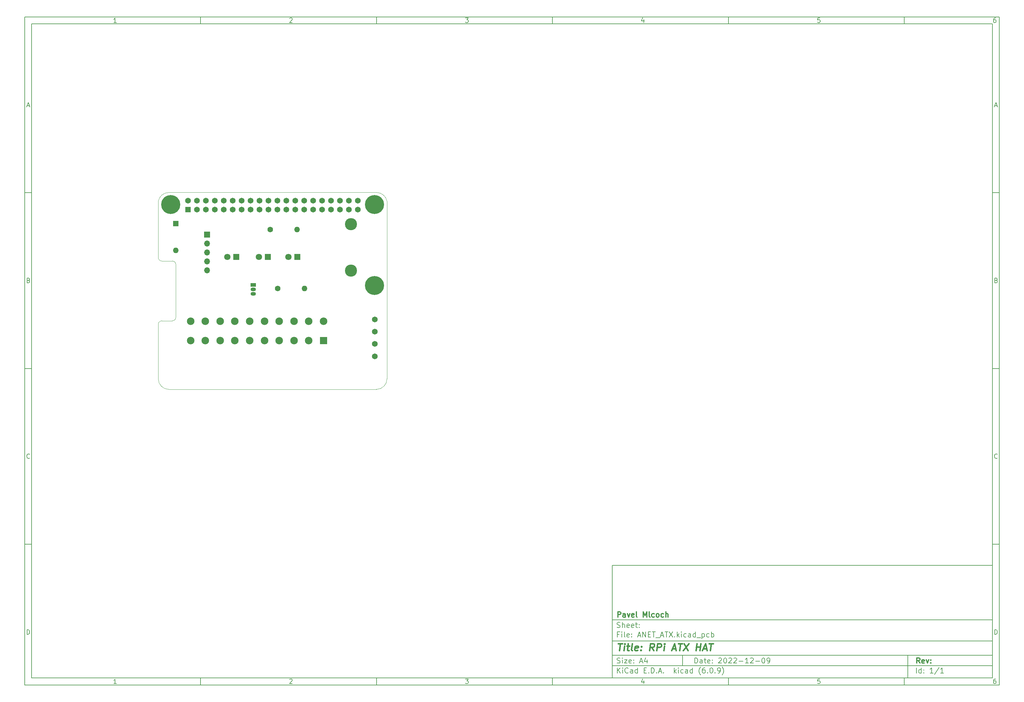
<source format=gbr>
%TF.GenerationSoftware,KiCad,Pcbnew,(6.0.9)*%
%TF.CreationDate,2022-12-14T14:47:33+01:00*%
%TF.ProjectId,ANET_ATX,414e4554-5f41-4545-982e-6b696361645f,rev?*%
%TF.SameCoordinates,Original*%
%TF.FileFunction,Soldermask,Bot*%
%TF.FilePolarity,Negative*%
%FSLAX46Y46*%
G04 Gerber Fmt 4.6, Leading zero omitted, Abs format (unit mm)*
G04 Created by KiCad (PCBNEW (6.0.9)) date 2022-12-14 14:47:33*
%MOMM*%
%LPD*%
G01*
G04 APERTURE LIST*
%ADD10C,0.100000*%
%ADD11C,0.150000*%
%ADD12C,0.300000*%
%ADD13C,0.400000*%
%TA.AperFunction,Profile*%
%ADD14C,0.100000*%
%TD*%
%ADD15R,1.600000X1.600000*%
%ADD16O,1.600000X1.600000*%
%ADD17C,1.650000*%
%ADD18C,0.001000*%
%ADD19R,2.150000X2.150000*%
%ADD20C,2.150000*%
%ADD21R,1.700000X1.700000*%
%ADD22O,1.700000X1.700000*%
%ADD23C,5.400000*%
%ADD24C,3.100000*%
%ADD25R,1.800000X1.800000*%
%ADD26C,1.800000*%
%ADD27C,1.600000*%
%ADD28C,3.450000*%
%ADD29R,1.650000X1.650000*%
%ADD30R,1.500000X1.050000*%
%ADD31O,1.500000X1.050000*%
G04 APERTURE END LIST*
D10*
D11*
X177002200Y-166007200D02*
X177002200Y-198007200D01*
X285002200Y-198007200D01*
X285002200Y-166007200D01*
X177002200Y-166007200D01*
D10*
D11*
X10000000Y-10000000D02*
X10000000Y-200007200D01*
X287002200Y-200007200D01*
X287002200Y-10000000D01*
X10000000Y-10000000D01*
D10*
D11*
X12000000Y-12000000D02*
X12000000Y-198007200D01*
X285002200Y-198007200D01*
X285002200Y-12000000D01*
X12000000Y-12000000D01*
D10*
D11*
X60000000Y-12000000D02*
X60000000Y-10000000D01*
D10*
D11*
X110000000Y-12000000D02*
X110000000Y-10000000D01*
D10*
D11*
X160000000Y-12000000D02*
X160000000Y-10000000D01*
D10*
D11*
X210000000Y-12000000D02*
X210000000Y-10000000D01*
D10*
D11*
X260000000Y-12000000D02*
X260000000Y-10000000D01*
D10*
D11*
X36065476Y-11588095D02*
X35322619Y-11588095D01*
X35694047Y-11588095D02*
X35694047Y-10288095D01*
X35570238Y-10473809D01*
X35446428Y-10597619D01*
X35322619Y-10659523D01*
D10*
D11*
X85322619Y-10411904D02*
X85384523Y-10350000D01*
X85508333Y-10288095D01*
X85817857Y-10288095D01*
X85941666Y-10350000D01*
X86003571Y-10411904D01*
X86065476Y-10535714D01*
X86065476Y-10659523D01*
X86003571Y-10845238D01*
X85260714Y-11588095D01*
X86065476Y-11588095D01*
D10*
D11*
X135260714Y-10288095D02*
X136065476Y-10288095D01*
X135632142Y-10783333D01*
X135817857Y-10783333D01*
X135941666Y-10845238D01*
X136003571Y-10907142D01*
X136065476Y-11030952D01*
X136065476Y-11340476D01*
X136003571Y-11464285D01*
X135941666Y-11526190D01*
X135817857Y-11588095D01*
X135446428Y-11588095D01*
X135322619Y-11526190D01*
X135260714Y-11464285D01*
D10*
D11*
X185941666Y-10721428D02*
X185941666Y-11588095D01*
X185632142Y-10226190D02*
X185322619Y-11154761D01*
X186127380Y-11154761D01*
D10*
D11*
X236003571Y-10288095D02*
X235384523Y-10288095D01*
X235322619Y-10907142D01*
X235384523Y-10845238D01*
X235508333Y-10783333D01*
X235817857Y-10783333D01*
X235941666Y-10845238D01*
X236003571Y-10907142D01*
X236065476Y-11030952D01*
X236065476Y-11340476D01*
X236003571Y-11464285D01*
X235941666Y-11526190D01*
X235817857Y-11588095D01*
X235508333Y-11588095D01*
X235384523Y-11526190D01*
X235322619Y-11464285D01*
D10*
D11*
X285941666Y-10288095D02*
X285694047Y-10288095D01*
X285570238Y-10350000D01*
X285508333Y-10411904D01*
X285384523Y-10597619D01*
X285322619Y-10845238D01*
X285322619Y-11340476D01*
X285384523Y-11464285D01*
X285446428Y-11526190D01*
X285570238Y-11588095D01*
X285817857Y-11588095D01*
X285941666Y-11526190D01*
X286003571Y-11464285D01*
X286065476Y-11340476D01*
X286065476Y-11030952D01*
X286003571Y-10907142D01*
X285941666Y-10845238D01*
X285817857Y-10783333D01*
X285570238Y-10783333D01*
X285446428Y-10845238D01*
X285384523Y-10907142D01*
X285322619Y-11030952D01*
D10*
D11*
X60000000Y-198007200D02*
X60000000Y-200007200D01*
D10*
D11*
X110000000Y-198007200D02*
X110000000Y-200007200D01*
D10*
D11*
X160000000Y-198007200D02*
X160000000Y-200007200D01*
D10*
D11*
X210000000Y-198007200D02*
X210000000Y-200007200D01*
D10*
D11*
X260000000Y-198007200D02*
X260000000Y-200007200D01*
D10*
D11*
X36065476Y-199595295D02*
X35322619Y-199595295D01*
X35694047Y-199595295D02*
X35694047Y-198295295D01*
X35570238Y-198481009D01*
X35446428Y-198604819D01*
X35322619Y-198666723D01*
D10*
D11*
X85322619Y-198419104D02*
X85384523Y-198357200D01*
X85508333Y-198295295D01*
X85817857Y-198295295D01*
X85941666Y-198357200D01*
X86003571Y-198419104D01*
X86065476Y-198542914D01*
X86065476Y-198666723D01*
X86003571Y-198852438D01*
X85260714Y-199595295D01*
X86065476Y-199595295D01*
D10*
D11*
X135260714Y-198295295D02*
X136065476Y-198295295D01*
X135632142Y-198790533D01*
X135817857Y-198790533D01*
X135941666Y-198852438D01*
X136003571Y-198914342D01*
X136065476Y-199038152D01*
X136065476Y-199347676D01*
X136003571Y-199471485D01*
X135941666Y-199533390D01*
X135817857Y-199595295D01*
X135446428Y-199595295D01*
X135322619Y-199533390D01*
X135260714Y-199471485D01*
D10*
D11*
X185941666Y-198728628D02*
X185941666Y-199595295D01*
X185632142Y-198233390D02*
X185322619Y-199161961D01*
X186127380Y-199161961D01*
D10*
D11*
X236003571Y-198295295D02*
X235384523Y-198295295D01*
X235322619Y-198914342D01*
X235384523Y-198852438D01*
X235508333Y-198790533D01*
X235817857Y-198790533D01*
X235941666Y-198852438D01*
X236003571Y-198914342D01*
X236065476Y-199038152D01*
X236065476Y-199347676D01*
X236003571Y-199471485D01*
X235941666Y-199533390D01*
X235817857Y-199595295D01*
X235508333Y-199595295D01*
X235384523Y-199533390D01*
X235322619Y-199471485D01*
D10*
D11*
X285941666Y-198295295D02*
X285694047Y-198295295D01*
X285570238Y-198357200D01*
X285508333Y-198419104D01*
X285384523Y-198604819D01*
X285322619Y-198852438D01*
X285322619Y-199347676D01*
X285384523Y-199471485D01*
X285446428Y-199533390D01*
X285570238Y-199595295D01*
X285817857Y-199595295D01*
X285941666Y-199533390D01*
X286003571Y-199471485D01*
X286065476Y-199347676D01*
X286065476Y-199038152D01*
X286003571Y-198914342D01*
X285941666Y-198852438D01*
X285817857Y-198790533D01*
X285570238Y-198790533D01*
X285446428Y-198852438D01*
X285384523Y-198914342D01*
X285322619Y-199038152D01*
D10*
D11*
X10000000Y-60000000D02*
X12000000Y-60000000D01*
D10*
D11*
X10000000Y-110000000D02*
X12000000Y-110000000D01*
D10*
D11*
X10000000Y-160000000D02*
X12000000Y-160000000D01*
D10*
D11*
X10690476Y-35216666D02*
X11309523Y-35216666D01*
X10566666Y-35588095D02*
X11000000Y-34288095D01*
X11433333Y-35588095D01*
D10*
D11*
X11092857Y-84907142D02*
X11278571Y-84969047D01*
X11340476Y-85030952D01*
X11402380Y-85154761D01*
X11402380Y-85340476D01*
X11340476Y-85464285D01*
X11278571Y-85526190D01*
X11154761Y-85588095D01*
X10659523Y-85588095D01*
X10659523Y-84288095D01*
X11092857Y-84288095D01*
X11216666Y-84350000D01*
X11278571Y-84411904D01*
X11340476Y-84535714D01*
X11340476Y-84659523D01*
X11278571Y-84783333D01*
X11216666Y-84845238D01*
X11092857Y-84907142D01*
X10659523Y-84907142D01*
D10*
D11*
X11402380Y-135464285D02*
X11340476Y-135526190D01*
X11154761Y-135588095D01*
X11030952Y-135588095D01*
X10845238Y-135526190D01*
X10721428Y-135402380D01*
X10659523Y-135278571D01*
X10597619Y-135030952D01*
X10597619Y-134845238D01*
X10659523Y-134597619D01*
X10721428Y-134473809D01*
X10845238Y-134350000D01*
X11030952Y-134288095D01*
X11154761Y-134288095D01*
X11340476Y-134350000D01*
X11402380Y-134411904D01*
D10*
D11*
X10659523Y-185588095D02*
X10659523Y-184288095D01*
X10969047Y-184288095D01*
X11154761Y-184350000D01*
X11278571Y-184473809D01*
X11340476Y-184597619D01*
X11402380Y-184845238D01*
X11402380Y-185030952D01*
X11340476Y-185278571D01*
X11278571Y-185402380D01*
X11154761Y-185526190D01*
X10969047Y-185588095D01*
X10659523Y-185588095D01*
D10*
D11*
X287002200Y-60000000D02*
X285002200Y-60000000D01*
D10*
D11*
X287002200Y-110000000D02*
X285002200Y-110000000D01*
D10*
D11*
X287002200Y-160000000D02*
X285002200Y-160000000D01*
D10*
D11*
X285692676Y-35216666D02*
X286311723Y-35216666D01*
X285568866Y-35588095D02*
X286002200Y-34288095D01*
X286435533Y-35588095D01*
D10*
D11*
X286095057Y-84907142D02*
X286280771Y-84969047D01*
X286342676Y-85030952D01*
X286404580Y-85154761D01*
X286404580Y-85340476D01*
X286342676Y-85464285D01*
X286280771Y-85526190D01*
X286156961Y-85588095D01*
X285661723Y-85588095D01*
X285661723Y-84288095D01*
X286095057Y-84288095D01*
X286218866Y-84350000D01*
X286280771Y-84411904D01*
X286342676Y-84535714D01*
X286342676Y-84659523D01*
X286280771Y-84783333D01*
X286218866Y-84845238D01*
X286095057Y-84907142D01*
X285661723Y-84907142D01*
D10*
D11*
X286404580Y-135464285D02*
X286342676Y-135526190D01*
X286156961Y-135588095D01*
X286033152Y-135588095D01*
X285847438Y-135526190D01*
X285723628Y-135402380D01*
X285661723Y-135278571D01*
X285599819Y-135030952D01*
X285599819Y-134845238D01*
X285661723Y-134597619D01*
X285723628Y-134473809D01*
X285847438Y-134350000D01*
X286033152Y-134288095D01*
X286156961Y-134288095D01*
X286342676Y-134350000D01*
X286404580Y-134411904D01*
D10*
D11*
X285661723Y-185588095D02*
X285661723Y-184288095D01*
X285971247Y-184288095D01*
X286156961Y-184350000D01*
X286280771Y-184473809D01*
X286342676Y-184597619D01*
X286404580Y-184845238D01*
X286404580Y-185030952D01*
X286342676Y-185278571D01*
X286280771Y-185402380D01*
X286156961Y-185526190D01*
X285971247Y-185588095D01*
X285661723Y-185588095D01*
D10*
D11*
X200434342Y-193785771D02*
X200434342Y-192285771D01*
X200791485Y-192285771D01*
X201005771Y-192357200D01*
X201148628Y-192500057D01*
X201220057Y-192642914D01*
X201291485Y-192928628D01*
X201291485Y-193142914D01*
X201220057Y-193428628D01*
X201148628Y-193571485D01*
X201005771Y-193714342D01*
X200791485Y-193785771D01*
X200434342Y-193785771D01*
X202577200Y-193785771D02*
X202577200Y-193000057D01*
X202505771Y-192857200D01*
X202362914Y-192785771D01*
X202077200Y-192785771D01*
X201934342Y-192857200D01*
X202577200Y-193714342D02*
X202434342Y-193785771D01*
X202077200Y-193785771D01*
X201934342Y-193714342D01*
X201862914Y-193571485D01*
X201862914Y-193428628D01*
X201934342Y-193285771D01*
X202077200Y-193214342D01*
X202434342Y-193214342D01*
X202577200Y-193142914D01*
X203077200Y-192785771D02*
X203648628Y-192785771D01*
X203291485Y-192285771D02*
X203291485Y-193571485D01*
X203362914Y-193714342D01*
X203505771Y-193785771D01*
X203648628Y-193785771D01*
X204720057Y-193714342D02*
X204577200Y-193785771D01*
X204291485Y-193785771D01*
X204148628Y-193714342D01*
X204077200Y-193571485D01*
X204077200Y-193000057D01*
X204148628Y-192857200D01*
X204291485Y-192785771D01*
X204577200Y-192785771D01*
X204720057Y-192857200D01*
X204791485Y-193000057D01*
X204791485Y-193142914D01*
X204077200Y-193285771D01*
X205434342Y-193642914D02*
X205505771Y-193714342D01*
X205434342Y-193785771D01*
X205362914Y-193714342D01*
X205434342Y-193642914D01*
X205434342Y-193785771D01*
X205434342Y-192857200D02*
X205505771Y-192928628D01*
X205434342Y-193000057D01*
X205362914Y-192928628D01*
X205434342Y-192857200D01*
X205434342Y-193000057D01*
X207220057Y-192428628D02*
X207291485Y-192357200D01*
X207434342Y-192285771D01*
X207791485Y-192285771D01*
X207934342Y-192357200D01*
X208005771Y-192428628D01*
X208077200Y-192571485D01*
X208077200Y-192714342D01*
X208005771Y-192928628D01*
X207148628Y-193785771D01*
X208077200Y-193785771D01*
X209005771Y-192285771D02*
X209148628Y-192285771D01*
X209291485Y-192357200D01*
X209362914Y-192428628D01*
X209434342Y-192571485D01*
X209505771Y-192857200D01*
X209505771Y-193214342D01*
X209434342Y-193500057D01*
X209362914Y-193642914D01*
X209291485Y-193714342D01*
X209148628Y-193785771D01*
X209005771Y-193785771D01*
X208862914Y-193714342D01*
X208791485Y-193642914D01*
X208720057Y-193500057D01*
X208648628Y-193214342D01*
X208648628Y-192857200D01*
X208720057Y-192571485D01*
X208791485Y-192428628D01*
X208862914Y-192357200D01*
X209005771Y-192285771D01*
X210077200Y-192428628D02*
X210148628Y-192357200D01*
X210291485Y-192285771D01*
X210648628Y-192285771D01*
X210791485Y-192357200D01*
X210862914Y-192428628D01*
X210934342Y-192571485D01*
X210934342Y-192714342D01*
X210862914Y-192928628D01*
X210005771Y-193785771D01*
X210934342Y-193785771D01*
X211505771Y-192428628D02*
X211577200Y-192357200D01*
X211720057Y-192285771D01*
X212077200Y-192285771D01*
X212220057Y-192357200D01*
X212291485Y-192428628D01*
X212362914Y-192571485D01*
X212362914Y-192714342D01*
X212291485Y-192928628D01*
X211434342Y-193785771D01*
X212362914Y-193785771D01*
X213005771Y-193214342D02*
X214148628Y-193214342D01*
X215648628Y-193785771D02*
X214791485Y-193785771D01*
X215220057Y-193785771D02*
X215220057Y-192285771D01*
X215077200Y-192500057D01*
X214934342Y-192642914D01*
X214791485Y-192714342D01*
X216220057Y-192428628D02*
X216291485Y-192357200D01*
X216434342Y-192285771D01*
X216791485Y-192285771D01*
X216934342Y-192357200D01*
X217005771Y-192428628D01*
X217077200Y-192571485D01*
X217077200Y-192714342D01*
X217005771Y-192928628D01*
X216148628Y-193785771D01*
X217077200Y-193785771D01*
X217720057Y-193214342D02*
X218862914Y-193214342D01*
X219862914Y-192285771D02*
X220005771Y-192285771D01*
X220148628Y-192357200D01*
X220220057Y-192428628D01*
X220291485Y-192571485D01*
X220362914Y-192857200D01*
X220362914Y-193214342D01*
X220291485Y-193500057D01*
X220220057Y-193642914D01*
X220148628Y-193714342D01*
X220005771Y-193785771D01*
X219862914Y-193785771D01*
X219720057Y-193714342D01*
X219648628Y-193642914D01*
X219577200Y-193500057D01*
X219505771Y-193214342D01*
X219505771Y-192857200D01*
X219577200Y-192571485D01*
X219648628Y-192428628D01*
X219720057Y-192357200D01*
X219862914Y-192285771D01*
X221077200Y-193785771D02*
X221362914Y-193785771D01*
X221505771Y-193714342D01*
X221577200Y-193642914D01*
X221720057Y-193428628D01*
X221791485Y-193142914D01*
X221791485Y-192571485D01*
X221720057Y-192428628D01*
X221648628Y-192357200D01*
X221505771Y-192285771D01*
X221220057Y-192285771D01*
X221077200Y-192357200D01*
X221005771Y-192428628D01*
X220934342Y-192571485D01*
X220934342Y-192928628D01*
X221005771Y-193071485D01*
X221077200Y-193142914D01*
X221220057Y-193214342D01*
X221505771Y-193214342D01*
X221648628Y-193142914D01*
X221720057Y-193071485D01*
X221791485Y-192928628D01*
D10*
D11*
X177002200Y-194507200D02*
X285002200Y-194507200D01*
D10*
D11*
X178434342Y-196585771D02*
X178434342Y-195085771D01*
X179291485Y-196585771D02*
X178648628Y-195728628D01*
X179291485Y-195085771D02*
X178434342Y-195942914D01*
X179934342Y-196585771D02*
X179934342Y-195585771D01*
X179934342Y-195085771D02*
X179862914Y-195157200D01*
X179934342Y-195228628D01*
X180005771Y-195157200D01*
X179934342Y-195085771D01*
X179934342Y-195228628D01*
X181505771Y-196442914D02*
X181434342Y-196514342D01*
X181220057Y-196585771D01*
X181077200Y-196585771D01*
X180862914Y-196514342D01*
X180720057Y-196371485D01*
X180648628Y-196228628D01*
X180577200Y-195942914D01*
X180577200Y-195728628D01*
X180648628Y-195442914D01*
X180720057Y-195300057D01*
X180862914Y-195157200D01*
X181077200Y-195085771D01*
X181220057Y-195085771D01*
X181434342Y-195157200D01*
X181505771Y-195228628D01*
X182791485Y-196585771D02*
X182791485Y-195800057D01*
X182720057Y-195657200D01*
X182577200Y-195585771D01*
X182291485Y-195585771D01*
X182148628Y-195657200D01*
X182791485Y-196514342D02*
X182648628Y-196585771D01*
X182291485Y-196585771D01*
X182148628Y-196514342D01*
X182077200Y-196371485D01*
X182077200Y-196228628D01*
X182148628Y-196085771D01*
X182291485Y-196014342D01*
X182648628Y-196014342D01*
X182791485Y-195942914D01*
X184148628Y-196585771D02*
X184148628Y-195085771D01*
X184148628Y-196514342D02*
X184005771Y-196585771D01*
X183720057Y-196585771D01*
X183577200Y-196514342D01*
X183505771Y-196442914D01*
X183434342Y-196300057D01*
X183434342Y-195871485D01*
X183505771Y-195728628D01*
X183577200Y-195657200D01*
X183720057Y-195585771D01*
X184005771Y-195585771D01*
X184148628Y-195657200D01*
X186005771Y-195800057D02*
X186505771Y-195800057D01*
X186720057Y-196585771D02*
X186005771Y-196585771D01*
X186005771Y-195085771D01*
X186720057Y-195085771D01*
X187362914Y-196442914D02*
X187434342Y-196514342D01*
X187362914Y-196585771D01*
X187291485Y-196514342D01*
X187362914Y-196442914D01*
X187362914Y-196585771D01*
X188077200Y-196585771D02*
X188077200Y-195085771D01*
X188434342Y-195085771D01*
X188648628Y-195157200D01*
X188791485Y-195300057D01*
X188862914Y-195442914D01*
X188934342Y-195728628D01*
X188934342Y-195942914D01*
X188862914Y-196228628D01*
X188791485Y-196371485D01*
X188648628Y-196514342D01*
X188434342Y-196585771D01*
X188077200Y-196585771D01*
X189577200Y-196442914D02*
X189648628Y-196514342D01*
X189577200Y-196585771D01*
X189505771Y-196514342D01*
X189577200Y-196442914D01*
X189577200Y-196585771D01*
X190220057Y-196157200D02*
X190934342Y-196157200D01*
X190077200Y-196585771D02*
X190577200Y-195085771D01*
X191077200Y-196585771D01*
X191577200Y-196442914D02*
X191648628Y-196514342D01*
X191577200Y-196585771D01*
X191505771Y-196514342D01*
X191577200Y-196442914D01*
X191577200Y-196585771D01*
X194577200Y-196585771D02*
X194577200Y-195085771D01*
X194720057Y-196014342D02*
X195148628Y-196585771D01*
X195148628Y-195585771D02*
X194577200Y-196157200D01*
X195791485Y-196585771D02*
X195791485Y-195585771D01*
X195791485Y-195085771D02*
X195720057Y-195157200D01*
X195791485Y-195228628D01*
X195862914Y-195157200D01*
X195791485Y-195085771D01*
X195791485Y-195228628D01*
X197148628Y-196514342D02*
X197005771Y-196585771D01*
X196720057Y-196585771D01*
X196577200Y-196514342D01*
X196505771Y-196442914D01*
X196434342Y-196300057D01*
X196434342Y-195871485D01*
X196505771Y-195728628D01*
X196577200Y-195657200D01*
X196720057Y-195585771D01*
X197005771Y-195585771D01*
X197148628Y-195657200D01*
X198434342Y-196585771D02*
X198434342Y-195800057D01*
X198362914Y-195657200D01*
X198220057Y-195585771D01*
X197934342Y-195585771D01*
X197791485Y-195657200D01*
X198434342Y-196514342D02*
X198291485Y-196585771D01*
X197934342Y-196585771D01*
X197791485Y-196514342D01*
X197720057Y-196371485D01*
X197720057Y-196228628D01*
X197791485Y-196085771D01*
X197934342Y-196014342D01*
X198291485Y-196014342D01*
X198434342Y-195942914D01*
X199791485Y-196585771D02*
X199791485Y-195085771D01*
X199791485Y-196514342D02*
X199648628Y-196585771D01*
X199362914Y-196585771D01*
X199220057Y-196514342D01*
X199148628Y-196442914D01*
X199077200Y-196300057D01*
X199077200Y-195871485D01*
X199148628Y-195728628D01*
X199220057Y-195657200D01*
X199362914Y-195585771D01*
X199648628Y-195585771D01*
X199791485Y-195657200D01*
X202077200Y-197157200D02*
X202005771Y-197085771D01*
X201862914Y-196871485D01*
X201791485Y-196728628D01*
X201720057Y-196514342D01*
X201648628Y-196157200D01*
X201648628Y-195871485D01*
X201720057Y-195514342D01*
X201791485Y-195300057D01*
X201862914Y-195157200D01*
X202005771Y-194942914D01*
X202077200Y-194871485D01*
X203291485Y-195085771D02*
X203005771Y-195085771D01*
X202862914Y-195157200D01*
X202791485Y-195228628D01*
X202648628Y-195442914D01*
X202577200Y-195728628D01*
X202577200Y-196300057D01*
X202648628Y-196442914D01*
X202720057Y-196514342D01*
X202862914Y-196585771D01*
X203148628Y-196585771D01*
X203291485Y-196514342D01*
X203362914Y-196442914D01*
X203434342Y-196300057D01*
X203434342Y-195942914D01*
X203362914Y-195800057D01*
X203291485Y-195728628D01*
X203148628Y-195657200D01*
X202862914Y-195657200D01*
X202720057Y-195728628D01*
X202648628Y-195800057D01*
X202577200Y-195942914D01*
X204077200Y-196442914D02*
X204148628Y-196514342D01*
X204077200Y-196585771D01*
X204005771Y-196514342D01*
X204077200Y-196442914D01*
X204077200Y-196585771D01*
X205077200Y-195085771D02*
X205220057Y-195085771D01*
X205362914Y-195157200D01*
X205434342Y-195228628D01*
X205505771Y-195371485D01*
X205577200Y-195657200D01*
X205577200Y-196014342D01*
X205505771Y-196300057D01*
X205434342Y-196442914D01*
X205362914Y-196514342D01*
X205220057Y-196585771D01*
X205077200Y-196585771D01*
X204934342Y-196514342D01*
X204862914Y-196442914D01*
X204791485Y-196300057D01*
X204720057Y-196014342D01*
X204720057Y-195657200D01*
X204791485Y-195371485D01*
X204862914Y-195228628D01*
X204934342Y-195157200D01*
X205077200Y-195085771D01*
X206220057Y-196442914D02*
X206291485Y-196514342D01*
X206220057Y-196585771D01*
X206148628Y-196514342D01*
X206220057Y-196442914D01*
X206220057Y-196585771D01*
X207005771Y-196585771D02*
X207291485Y-196585771D01*
X207434342Y-196514342D01*
X207505771Y-196442914D01*
X207648628Y-196228628D01*
X207720057Y-195942914D01*
X207720057Y-195371485D01*
X207648628Y-195228628D01*
X207577200Y-195157200D01*
X207434342Y-195085771D01*
X207148628Y-195085771D01*
X207005771Y-195157200D01*
X206934342Y-195228628D01*
X206862914Y-195371485D01*
X206862914Y-195728628D01*
X206934342Y-195871485D01*
X207005771Y-195942914D01*
X207148628Y-196014342D01*
X207434342Y-196014342D01*
X207577200Y-195942914D01*
X207648628Y-195871485D01*
X207720057Y-195728628D01*
X208220057Y-197157200D02*
X208291485Y-197085771D01*
X208434342Y-196871485D01*
X208505771Y-196728628D01*
X208577200Y-196514342D01*
X208648628Y-196157200D01*
X208648628Y-195871485D01*
X208577200Y-195514342D01*
X208505771Y-195300057D01*
X208434342Y-195157200D01*
X208291485Y-194942914D01*
X208220057Y-194871485D01*
D10*
D11*
X177002200Y-191507200D02*
X285002200Y-191507200D01*
D10*
D12*
X264411485Y-193785771D02*
X263911485Y-193071485D01*
X263554342Y-193785771D02*
X263554342Y-192285771D01*
X264125771Y-192285771D01*
X264268628Y-192357200D01*
X264340057Y-192428628D01*
X264411485Y-192571485D01*
X264411485Y-192785771D01*
X264340057Y-192928628D01*
X264268628Y-193000057D01*
X264125771Y-193071485D01*
X263554342Y-193071485D01*
X265625771Y-193714342D02*
X265482914Y-193785771D01*
X265197200Y-193785771D01*
X265054342Y-193714342D01*
X264982914Y-193571485D01*
X264982914Y-193000057D01*
X265054342Y-192857200D01*
X265197200Y-192785771D01*
X265482914Y-192785771D01*
X265625771Y-192857200D01*
X265697200Y-193000057D01*
X265697200Y-193142914D01*
X264982914Y-193285771D01*
X266197200Y-192785771D02*
X266554342Y-193785771D01*
X266911485Y-192785771D01*
X267482914Y-193642914D02*
X267554342Y-193714342D01*
X267482914Y-193785771D01*
X267411485Y-193714342D01*
X267482914Y-193642914D01*
X267482914Y-193785771D01*
X267482914Y-192857200D02*
X267554342Y-192928628D01*
X267482914Y-193000057D01*
X267411485Y-192928628D01*
X267482914Y-192857200D01*
X267482914Y-193000057D01*
D10*
D11*
X178362914Y-193714342D02*
X178577200Y-193785771D01*
X178934342Y-193785771D01*
X179077200Y-193714342D01*
X179148628Y-193642914D01*
X179220057Y-193500057D01*
X179220057Y-193357200D01*
X179148628Y-193214342D01*
X179077200Y-193142914D01*
X178934342Y-193071485D01*
X178648628Y-193000057D01*
X178505771Y-192928628D01*
X178434342Y-192857200D01*
X178362914Y-192714342D01*
X178362914Y-192571485D01*
X178434342Y-192428628D01*
X178505771Y-192357200D01*
X178648628Y-192285771D01*
X179005771Y-192285771D01*
X179220057Y-192357200D01*
X179862914Y-193785771D02*
X179862914Y-192785771D01*
X179862914Y-192285771D02*
X179791485Y-192357200D01*
X179862914Y-192428628D01*
X179934342Y-192357200D01*
X179862914Y-192285771D01*
X179862914Y-192428628D01*
X180434342Y-192785771D02*
X181220057Y-192785771D01*
X180434342Y-193785771D01*
X181220057Y-193785771D01*
X182362914Y-193714342D02*
X182220057Y-193785771D01*
X181934342Y-193785771D01*
X181791485Y-193714342D01*
X181720057Y-193571485D01*
X181720057Y-193000057D01*
X181791485Y-192857200D01*
X181934342Y-192785771D01*
X182220057Y-192785771D01*
X182362914Y-192857200D01*
X182434342Y-193000057D01*
X182434342Y-193142914D01*
X181720057Y-193285771D01*
X183077200Y-193642914D02*
X183148628Y-193714342D01*
X183077200Y-193785771D01*
X183005771Y-193714342D01*
X183077200Y-193642914D01*
X183077200Y-193785771D01*
X183077200Y-192857200D02*
X183148628Y-192928628D01*
X183077200Y-193000057D01*
X183005771Y-192928628D01*
X183077200Y-192857200D01*
X183077200Y-193000057D01*
X184862914Y-193357200D02*
X185577200Y-193357200D01*
X184720057Y-193785771D02*
X185220057Y-192285771D01*
X185720057Y-193785771D01*
X186862914Y-192785771D02*
X186862914Y-193785771D01*
X186505771Y-192214342D02*
X186148628Y-193285771D01*
X187077200Y-193285771D01*
D10*
D11*
X263434342Y-196585771D02*
X263434342Y-195085771D01*
X264791485Y-196585771D02*
X264791485Y-195085771D01*
X264791485Y-196514342D02*
X264648628Y-196585771D01*
X264362914Y-196585771D01*
X264220057Y-196514342D01*
X264148628Y-196442914D01*
X264077200Y-196300057D01*
X264077200Y-195871485D01*
X264148628Y-195728628D01*
X264220057Y-195657200D01*
X264362914Y-195585771D01*
X264648628Y-195585771D01*
X264791485Y-195657200D01*
X265505771Y-196442914D02*
X265577200Y-196514342D01*
X265505771Y-196585771D01*
X265434342Y-196514342D01*
X265505771Y-196442914D01*
X265505771Y-196585771D01*
X265505771Y-195657200D02*
X265577200Y-195728628D01*
X265505771Y-195800057D01*
X265434342Y-195728628D01*
X265505771Y-195657200D01*
X265505771Y-195800057D01*
X268148628Y-196585771D02*
X267291485Y-196585771D01*
X267720057Y-196585771D02*
X267720057Y-195085771D01*
X267577200Y-195300057D01*
X267434342Y-195442914D01*
X267291485Y-195514342D01*
X269862914Y-195014342D02*
X268577200Y-196942914D01*
X271148628Y-196585771D02*
X270291485Y-196585771D01*
X270720057Y-196585771D02*
X270720057Y-195085771D01*
X270577200Y-195300057D01*
X270434342Y-195442914D01*
X270291485Y-195514342D01*
D10*
D11*
X177002200Y-187507200D02*
X285002200Y-187507200D01*
D10*
D13*
X178714580Y-188211961D02*
X179857438Y-188211961D01*
X179036009Y-190211961D02*
X179286009Y-188211961D01*
X180274104Y-190211961D02*
X180440771Y-188878628D01*
X180524104Y-188211961D02*
X180416961Y-188307200D01*
X180500295Y-188402438D01*
X180607438Y-188307200D01*
X180524104Y-188211961D01*
X180500295Y-188402438D01*
X181107438Y-188878628D02*
X181869342Y-188878628D01*
X181476485Y-188211961D02*
X181262200Y-189926247D01*
X181333628Y-190116723D01*
X181512200Y-190211961D01*
X181702676Y-190211961D01*
X182655057Y-190211961D02*
X182476485Y-190116723D01*
X182405057Y-189926247D01*
X182619342Y-188211961D01*
X184190771Y-190116723D02*
X183988390Y-190211961D01*
X183607438Y-190211961D01*
X183428866Y-190116723D01*
X183357438Y-189926247D01*
X183452676Y-189164342D01*
X183571723Y-188973866D01*
X183774104Y-188878628D01*
X184155057Y-188878628D01*
X184333628Y-188973866D01*
X184405057Y-189164342D01*
X184381247Y-189354819D01*
X183405057Y-189545295D01*
X185155057Y-190021485D02*
X185238390Y-190116723D01*
X185131247Y-190211961D01*
X185047914Y-190116723D01*
X185155057Y-190021485D01*
X185131247Y-190211961D01*
X185286009Y-188973866D02*
X185369342Y-189069104D01*
X185262200Y-189164342D01*
X185178866Y-189069104D01*
X185286009Y-188973866D01*
X185262200Y-189164342D01*
X188750295Y-190211961D02*
X188202676Y-189259580D01*
X187607438Y-190211961D02*
X187857438Y-188211961D01*
X188619342Y-188211961D01*
X188797914Y-188307200D01*
X188881247Y-188402438D01*
X188952676Y-188592914D01*
X188916961Y-188878628D01*
X188797914Y-189069104D01*
X188690771Y-189164342D01*
X188488390Y-189259580D01*
X187726485Y-189259580D01*
X189607438Y-190211961D02*
X189857438Y-188211961D01*
X190619342Y-188211961D01*
X190797914Y-188307200D01*
X190881247Y-188402438D01*
X190952676Y-188592914D01*
X190916961Y-188878628D01*
X190797914Y-189069104D01*
X190690771Y-189164342D01*
X190488390Y-189259580D01*
X189726485Y-189259580D01*
X191607438Y-190211961D02*
X191774104Y-188878628D01*
X191857438Y-188211961D02*
X191750295Y-188307200D01*
X191833628Y-188402438D01*
X191940771Y-188307200D01*
X191857438Y-188211961D01*
X191833628Y-188402438D01*
X194059819Y-189640533D02*
X195012200Y-189640533D01*
X193797914Y-190211961D02*
X194714580Y-188211961D01*
X195131247Y-190211961D01*
X195762200Y-188211961D02*
X196905057Y-188211961D01*
X196083628Y-190211961D02*
X196333628Y-188211961D01*
X197381247Y-188211961D02*
X198464580Y-190211961D01*
X198714580Y-188211961D02*
X197131247Y-190211961D01*
X200750295Y-190211961D02*
X201000295Y-188211961D01*
X200881247Y-189164342D02*
X202024104Y-189164342D01*
X201893152Y-190211961D02*
X202143152Y-188211961D01*
X202821723Y-189640533D02*
X203774104Y-189640533D01*
X202559819Y-190211961D02*
X203476485Y-188211961D01*
X203893152Y-190211961D01*
X204524104Y-188211961D02*
X205666961Y-188211961D01*
X204845533Y-190211961D02*
X205095533Y-188211961D01*
D10*
D11*
X178934342Y-185600057D02*
X178434342Y-185600057D01*
X178434342Y-186385771D02*
X178434342Y-184885771D01*
X179148628Y-184885771D01*
X179720057Y-186385771D02*
X179720057Y-185385771D01*
X179720057Y-184885771D02*
X179648628Y-184957200D01*
X179720057Y-185028628D01*
X179791485Y-184957200D01*
X179720057Y-184885771D01*
X179720057Y-185028628D01*
X180648628Y-186385771D02*
X180505771Y-186314342D01*
X180434342Y-186171485D01*
X180434342Y-184885771D01*
X181791485Y-186314342D02*
X181648628Y-186385771D01*
X181362914Y-186385771D01*
X181220057Y-186314342D01*
X181148628Y-186171485D01*
X181148628Y-185600057D01*
X181220057Y-185457200D01*
X181362914Y-185385771D01*
X181648628Y-185385771D01*
X181791485Y-185457200D01*
X181862914Y-185600057D01*
X181862914Y-185742914D01*
X181148628Y-185885771D01*
X182505771Y-186242914D02*
X182577200Y-186314342D01*
X182505771Y-186385771D01*
X182434342Y-186314342D01*
X182505771Y-186242914D01*
X182505771Y-186385771D01*
X182505771Y-185457200D02*
X182577200Y-185528628D01*
X182505771Y-185600057D01*
X182434342Y-185528628D01*
X182505771Y-185457200D01*
X182505771Y-185600057D01*
X184291485Y-185957200D02*
X185005771Y-185957200D01*
X184148628Y-186385771D02*
X184648628Y-184885771D01*
X185148628Y-186385771D01*
X185648628Y-186385771D02*
X185648628Y-184885771D01*
X186505771Y-186385771D01*
X186505771Y-184885771D01*
X187220057Y-185600057D02*
X187720057Y-185600057D01*
X187934342Y-186385771D02*
X187220057Y-186385771D01*
X187220057Y-184885771D01*
X187934342Y-184885771D01*
X188362914Y-184885771D02*
X189220057Y-184885771D01*
X188791485Y-186385771D02*
X188791485Y-184885771D01*
X189362914Y-186528628D02*
X190505771Y-186528628D01*
X190791485Y-185957200D02*
X191505771Y-185957200D01*
X190648628Y-186385771D02*
X191148628Y-184885771D01*
X191648628Y-186385771D01*
X191934342Y-184885771D02*
X192791485Y-184885771D01*
X192362914Y-186385771D02*
X192362914Y-184885771D01*
X193148628Y-184885771D02*
X194148628Y-186385771D01*
X194148628Y-184885771D02*
X193148628Y-186385771D01*
X194720057Y-186242914D02*
X194791485Y-186314342D01*
X194720057Y-186385771D01*
X194648628Y-186314342D01*
X194720057Y-186242914D01*
X194720057Y-186385771D01*
X195434342Y-186385771D02*
X195434342Y-184885771D01*
X195577200Y-185814342D02*
X196005771Y-186385771D01*
X196005771Y-185385771D02*
X195434342Y-185957200D01*
X196648628Y-186385771D02*
X196648628Y-185385771D01*
X196648628Y-184885771D02*
X196577200Y-184957200D01*
X196648628Y-185028628D01*
X196720057Y-184957200D01*
X196648628Y-184885771D01*
X196648628Y-185028628D01*
X198005771Y-186314342D02*
X197862914Y-186385771D01*
X197577200Y-186385771D01*
X197434342Y-186314342D01*
X197362914Y-186242914D01*
X197291485Y-186100057D01*
X197291485Y-185671485D01*
X197362914Y-185528628D01*
X197434342Y-185457200D01*
X197577200Y-185385771D01*
X197862914Y-185385771D01*
X198005771Y-185457200D01*
X199291485Y-186385771D02*
X199291485Y-185600057D01*
X199220057Y-185457200D01*
X199077200Y-185385771D01*
X198791485Y-185385771D01*
X198648628Y-185457200D01*
X199291485Y-186314342D02*
X199148628Y-186385771D01*
X198791485Y-186385771D01*
X198648628Y-186314342D01*
X198577200Y-186171485D01*
X198577200Y-186028628D01*
X198648628Y-185885771D01*
X198791485Y-185814342D01*
X199148628Y-185814342D01*
X199291485Y-185742914D01*
X200648628Y-186385771D02*
X200648628Y-184885771D01*
X200648628Y-186314342D02*
X200505771Y-186385771D01*
X200220057Y-186385771D01*
X200077200Y-186314342D01*
X200005771Y-186242914D01*
X199934342Y-186100057D01*
X199934342Y-185671485D01*
X200005771Y-185528628D01*
X200077200Y-185457200D01*
X200220057Y-185385771D01*
X200505771Y-185385771D01*
X200648628Y-185457200D01*
X201005771Y-186528628D02*
X202148628Y-186528628D01*
X202505771Y-185385771D02*
X202505771Y-186885771D01*
X202505771Y-185457200D02*
X202648628Y-185385771D01*
X202934342Y-185385771D01*
X203077200Y-185457200D01*
X203148628Y-185528628D01*
X203220057Y-185671485D01*
X203220057Y-186100057D01*
X203148628Y-186242914D01*
X203077200Y-186314342D01*
X202934342Y-186385771D01*
X202648628Y-186385771D01*
X202505771Y-186314342D01*
X204505771Y-186314342D02*
X204362914Y-186385771D01*
X204077200Y-186385771D01*
X203934342Y-186314342D01*
X203862914Y-186242914D01*
X203791485Y-186100057D01*
X203791485Y-185671485D01*
X203862914Y-185528628D01*
X203934342Y-185457200D01*
X204077200Y-185385771D01*
X204362914Y-185385771D01*
X204505771Y-185457200D01*
X205148628Y-186385771D02*
X205148628Y-184885771D01*
X205148628Y-185457200D02*
X205291485Y-185385771D01*
X205577200Y-185385771D01*
X205720057Y-185457200D01*
X205791485Y-185528628D01*
X205862914Y-185671485D01*
X205862914Y-186100057D01*
X205791485Y-186242914D01*
X205720057Y-186314342D01*
X205577200Y-186385771D01*
X205291485Y-186385771D01*
X205148628Y-186314342D01*
D10*
D11*
X177002200Y-181507200D02*
X285002200Y-181507200D01*
D10*
D11*
X178362914Y-183614342D02*
X178577200Y-183685771D01*
X178934342Y-183685771D01*
X179077200Y-183614342D01*
X179148628Y-183542914D01*
X179220057Y-183400057D01*
X179220057Y-183257200D01*
X179148628Y-183114342D01*
X179077200Y-183042914D01*
X178934342Y-182971485D01*
X178648628Y-182900057D01*
X178505771Y-182828628D01*
X178434342Y-182757200D01*
X178362914Y-182614342D01*
X178362914Y-182471485D01*
X178434342Y-182328628D01*
X178505771Y-182257200D01*
X178648628Y-182185771D01*
X179005771Y-182185771D01*
X179220057Y-182257200D01*
X179862914Y-183685771D02*
X179862914Y-182185771D01*
X180505771Y-183685771D02*
X180505771Y-182900057D01*
X180434342Y-182757200D01*
X180291485Y-182685771D01*
X180077200Y-182685771D01*
X179934342Y-182757200D01*
X179862914Y-182828628D01*
X181791485Y-183614342D02*
X181648628Y-183685771D01*
X181362914Y-183685771D01*
X181220057Y-183614342D01*
X181148628Y-183471485D01*
X181148628Y-182900057D01*
X181220057Y-182757200D01*
X181362914Y-182685771D01*
X181648628Y-182685771D01*
X181791485Y-182757200D01*
X181862914Y-182900057D01*
X181862914Y-183042914D01*
X181148628Y-183185771D01*
X183077200Y-183614342D02*
X182934342Y-183685771D01*
X182648628Y-183685771D01*
X182505771Y-183614342D01*
X182434342Y-183471485D01*
X182434342Y-182900057D01*
X182505771Y-182757200D01*
X182648628Y-182685771D01*
X182934342Y-182685771D01*
X183077200Y-182757200D01*
X183148628Y-182900057D01*
X183148628Y-183042914D01*
X182434342Y-183185771D01*
X183577200Y-182685771D02*
X184148628Y-182685771D01*
X183791485Y-182185771D02*
X183791485Y-183471485D01*
X183862914Y-183614342D01*
X184005771Y-183685771D01*
X184148628Y-183685771D01*
X184648628Y-183542914D02*
X184720057Y-183614342D01*
X184648628Y-183685771D01*
X184577200Y-183614342D01*
X184648628Y-183542914D01*
X184648628Y-183685771D01*
X184648628Y-182757200D02*
X184720057Y-182828628D01*
X184648628Y-182900057D01*
X184577200Y-182828628D01*
X184648628Y-182757200D01*
X184648628Y-182900057D01*
D10*
D12*
X178554342Y-180685771D02*
X178554342Y-179185771D01*
X179125771Y-179185771D01*
X179268628Y-179257200D01*
X179340057Y-179328628D01*
X179411485Y-179471485D01*
X179411485Y-179685771D01*
X179340057Y-179828628D01*
X179268628Y-179900057D01*
X179125771Y-179971485D01*
X178554342Y-179971485D01*
X180697200Y-180685771D02*
X180697200Y-179900057D01*
X180625771Y-179757200D01*
X180482914Y-179685771D01*
X180197200Y-179685771D01*
X180054342Y-179757200D01*
X180697200Y-180614342D02*
X180554342Y-180685771D01*
X180197200Y-180685771D01*
X180054342Y-180614342D01*
X179982914Y-180471485D01*
X179982914Y-180328628D01*
X180054342Y-180185771D01*
X180197200Y-180114342D01*
X180554342Y-180114342D01*
X180697200Y-180042914D01*
X181268628Y-179685771D02*
X181625771Y-180685771D01*
X181982914Y-179685771D01*
X183125771Y-180614342D02*
X182982914Y-180685771D01*
X182697200Y-180685771D01*
X182554342Y-180614342D01*
X182482914Y-180471485D01*
X182482914Y-179900057D01*
X182554342Y-179757200D01*
X182697200Y-179685771D01*
X182982914Y-179685771D01*
X183125771Y-179757200D01*
X183197200Y-179900057D01*
X183197200Y-180042914D01*
X182482914Y-180185771D01*
X184054342Y-180685771D02*
X183911485Y-180614342D01*
X183840057Y-180471485D01*
X183840057Y-179185771D01*
X185768628Y-180685771D02*
X185768628Y-179185771D01*
X186268628Y-180257200D01*
X186768628Y-179185771D01*
X186768628Y-180685771D01*
X187697200Y-180685771D02*
X187554342Y-180614342D01*
X187482914Y-180471485D01*
X187482914Y-179185771D01*
X188911485Y-180614342D02*
X188768628Y-180685771D01*
X188482914Y-180685771D01*
X188340057Y-180614342D01*
X188268628Y-180542914D01*
X188197200Y-180400057D01*
X188197200Y-179971485D01*
X188268628Y-179828628D01*
X188340057Y-179757200D01*
X188482914Y-179685771D01*
X188768628Y-179685771D01*
X188911485Y-179757200D01*
X189768628Y-180685771D02*
X189625771Y-180614342D01*
X189554342Y-180542914D01*
X189482914Y-180400057D01*
X189482914Y-179971485D01*
X189554342Y-179828628D01*
X189625771Y-179757200D01*
X189768628Y-179685771D01*
X189982914Y-179685771D01*
X190125771Y-179757200D01*
X190197200Y-179828628D01*
X190268628Y-179971485D01*
X190268628Y-180400057D01*
X190197200Y-180542914D01*
X190125771Y-180614342D01*
X189982914Y-180685771D01*
X189768628Y-180685771D01*
X191554342Y-180614342D02*
X191411485Y-180685771D01*
X191125771Y-180685771D01*
X190982914Y-180614342D01*
X190911485Y-180542914D01*
X190840057Y-180400057D01*
X190840057Y-179971485D01*
X190911485Y-179828628D01*
X190982914Y-179757200D01*
X191125771Y-179685771D01*
X191411485Y-179685771D01*
X191554342Y-179757200D01*
X192197200Y-180685771D02*
X192197200Y-179185771D01*
X192840057Y-180685771D02*
X192840057Y-179900057D01*
X192768628Y-179757200D01*
X192625771Y-179685771D01*
X192411485Y-179685771D01*
X192268628Y-179757200D01*
X192197200Y-179828628D01*
D10*
D11*
D10*
D11*
D10*
D11*
D10*
D11*
D10*
D11*
X197002200Y-191507200D02*
X197002200Y-194507200D01*
D10*
D11*
X261002200Y-191507200D02*
X261002200Y-198007200D01*
D14*
X47975000Y-112925000D02*
G75*
G03*
X50975000Y-115925000I3000000J0D01*
G01*
X50975000Y-59925000D02*
G75*
G03*
X47975000Y-62425000I0J-3050000D01*
G01*
X47975000Y-62425000D02*
X47975000Y-78425000D01*
X52975000Y-80425000D02*
X52975000Y-95425000D01*
X51975000Y-96425000D02*
G75*
G03*
X52975000Y-95425000I0J1000000D01*
G01*
X47975000Y-97425000D02*
X47975000Y-112925000D01*
X52975000Y-80425000D02*
G75*
G03*
X51975000Y-79425000I-1000000J0D01*
G01*
X47975000Y-78425000D02*
G75*
G03*
X48975000Y-79425000I1000000J0D01*
G01*
X48975000Y-96425000D02*
G75*
G03*
X47975000Y-97425000I0J-1000000D01*
G01*
X48975000Y-96425000D02*
X51975000Y-96425000D01*
X48975000Y-79425000D02*
X51975000Y-79425000D01*
X109975000Y-115925000D02*
G75*
G03*
X112975000Y-112925000I0J3000000D01*
G01*
X112975000Y-62425000D02*
X112975000Y-112925000D01*
X112975000Y-62425000D02*
G75*
G03*
X109975000Y-59925000I-3000000J-550000D01*
G01*
X50975000Y-115925000D02*
X109975000Y-115925000D01*
X50975000Y-59925000D02*
X109975000Y-59925000D01*
D15*
%TO.C,BYPASS*%
X52975000Y-68750000D03*
D16*
X52975000Y-76370000D03*
%TD*%
D17*
%TO.C,J4*%
X109525000Y-96000000D03*
X109525000Y-99500000D03*
%TD*%
D18*
%TO.C,ATX24P*%
X57150000Y-109325000D03*
X94950000Y-109325000D03*
D19*
X94950000Y-102025000D03*
D20*
X90750000Y-102025000D03*
X86550000Y-102025000D03*
X82350000Y-102025000D03*
X78150000Y-102025000D03*
X73950000Y-102025000D03*
X69750000Y-102025000D03*
X65550000Y-102025000D03*
X61350000Y-102025000D03*
X57150000Y-102025000D03*
X94950000Y-96525000D03*
X90750000Y-96525000D03*
X86550000Y-96525000D03*
X82350000Y-96525000D03*
X78150000Y-96525000D03*
X73950000Y-96525000D03*
X69750000Y-96525000D03*
X65550000Y-96525000D03*
X61350000Y-96525000D03*
X57150000Y-96525000D03*
%TD*%
D21*
%TO.C,J1*%
X61800000Y-71950000D03*
D22*
X61800000Y-74490000D03*
X61800000Y-77030000D03*
X61800000Y-79570000D03*
X61800000Y-82110000D03*
%TD*%
D23*
%TO.C,H1*%
X109450000Y-63325000D03*
D24*
X109450000Y-63325000D03*
%TD*%
D25*
%TO.C,LED GPIO*%
X79075000Y-78250000D03*
D26*
X76535000Y-78250000D03*
%TD*%
D27*
%TO.C,R2*%
X81940000Y-87225000D03*
D16*
X89560000Y-87225000D03*
%TD*%
D28*
%TO.C,USB*%
X102725000Y-82120000D03*
X102725000Y-68980000D03*
%TD*%
D23*
%TO.C,H3*%
X109425000Y-86425000D03*
D24*
X109425000Y-86425000D03*
%TD*%
D29*
%TO.C,RPI2x20P*%
X56388000Y-64770000D03*
D17*
X56388000Y-62230000D03*
X58928000Y-64770000D03*
X58928000Y-62230000D03*
X61468000Y-64770000D03*
X61468000Y-62230000D03*
X64008000Y-64770000D03*
X64008000Y-62230000D03*
X66548000Y-64770000D03*
X66548000Y-62230000D03*
X69088000Y-64770000D03*
X69088000Y-62230000D03*
X71628000Y-64770000D03*
X71628000Y-62230000D03*
X74168000Y-64770000D03*
X74168000Y-62230000D03*
X76708000Y-64770000D03*
X76708000Y-62230000D03*
X79248000Y-64770000D03*
X79248000Y-62230000D03*
X81788000Y-64770000D03*
X81788000Y-62230000D03*
X84328000Y-64770000D03*
X84328000Y-62230000D03*
X86868000Y-64770000D03*
X86868000Y-62230000D03*
X89408000Y-64770000D03*
X89408000Y-62230000D03*
X91948000Y-64770000D03*
X91948000Y-62230000D03*
X94488000Y-64770000D03*
X94488000Y-62230000D03*
X97028000Y-64770000D03*
X97028000Y-62230000D03*
X99568000Y-64770000D03*
X99568000Y-62230000D03*
X102108000Y-64770000D03*
X102108000Y-62230000D03*
X104648000Y-64770000D03*
X104648000Y-62230000D03*
%TD*%
D30*
%TO.C,Q1*%
X74940000Y-86255000D03*
D31*
X74940000Y-87525000D03*
X74940000Y-88795000D03*
%TD*%
D27*
%TO.C,R1*%
X79805000Y-70450000D03*
D16*
X87425000Y-70450000D03*
%TD*%
D25*
%TO.C,LED SW*%
X87525000Y-78300000D03*
D26*
X84985000Y-78300000D03*
%TD*%
D17*
%TO.C,J5*%
X109525000Y-103025000D03*
X109525000Y-106525000D03*
%TD*%
D25*
%TO.C,LED PWR*%
X70100000Y-78250000D03*
D26*
X67560000Y-78250000D03*
%TD*%
D23*
%TO.C,H2*%
X51475000Y-63375000D03*
D24*
X51475000Y-63375000D03*
%TD*%
M02*

</source>
